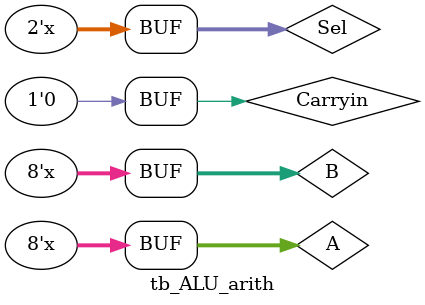
<source format=v>

`timescale 1ns/1ns
module tb_ALU_arith;
reg [1:0] Sel;
reg Carryin;
reg [7:0] A,B;
wire [7:0] ArithUnit;

ALU_arith ALU_arith_1 (.Sel(Sel),.Carryin(Carryin),.A(A),.B(B),.ArithUnit(ArithUnit));

always #50 Sel=Sel+2'b01;
always #50 A=A+1;
always #50 B=B+2;

initial begin
Sel=2'b00; A=0; B=0; Carryin=0;

#450 Carryin=1;
#100 Carryin=0;
#150 Carryin=1;
#50 Carryin=0;
end
endmodule
</source>
